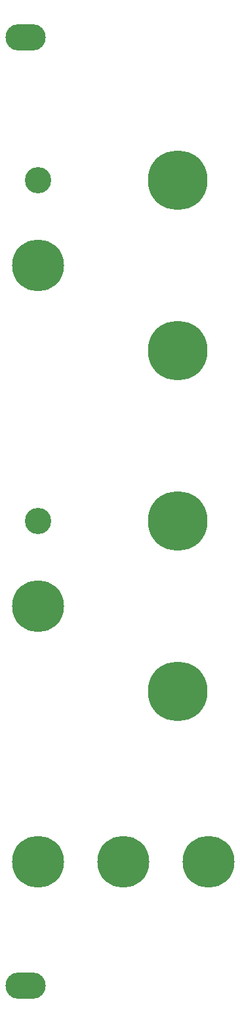
<source format=gbs>
G04 #@! TF.GenerationSoftware,KiCad,Pcbnew,(5.0.0-rc2)*
G04 #@! TF.CreationDate,2020-07-08T18:30:56+03:00*
G04 #@! TF.ProjectId,ENVPNL2,454E56504E4C322E6B696361645F7063,rev?*
G04 #@! TF.SameCoordinates,PX42a96e0PY92dda80*
G04 #@! TF.FileFunction,Soldermask,Bot*
G04 #@! TF.FilePolarity,Negative*
%FSLAX46Y46*%
G04 Gerber Fmt 4.6, Leading zero omitted, Abs format (unit mm)*
G04 Created by KiCad (PCBNEW (5.0.0-rc2)) date Wed Jul  8 18:30:56 2020*
%MOMM*%
%LPD*%
G01*
G04 APERTURE LIST*
%ADD10C,7.700000*%
%ADD11C,6.700000*%
%ADD12O,5.200000X3.400000*%
%ADD13C,3.400000*%
G04 APERTURE END LIST*
D10*
G04 #@! TO.C,Ref\002A\002A*
X27100000Y41000000D03*
G04 #@! TD*
G04 #@! TO.C,Ref\002A\002A*
X27100000Y63000000D03*
G04 #@! TD*
G04 #@! TO.C,Ref\002A\002A*
X27100000Y85000000D03*
G04 #@! TD*
G04 #@! TO.C,Ref\002A\002A*
X27100000Y107000000D03*
G04 #@! TD*
D11*
G04 #@! TO.C,Ref\002A\002A*
X9100000Y96000000D03*
G04 #@! TD*
D12*
G04 #@! TO.C,X*
X7500000Y125500000D03*
G04 #@! TD*
G04 #@! TO.C,X*
X7500000Y3000000D03*
G04 #@! TD*
D13*
G04 #@! TO.C,Ref\002A\002A*
X9100000Y107000000D03*
G04 #@! TD*
G04 #@! TO.C,Ref\002A\002A*
X9100000Y63000000D03*
G04 #@! TD*
D11*
G04 #@! TO.C,Ref\002A\002A*
X9100000Y52000000D03*
G04 #@! TD*
G04 #@! TO.C,Ref\002A\002A*
X31100000Y19000000D03*
G04 #@! TD*
G04 #@! TO.C,Ref\002A\002A*
X9100000Y19000000D03*
G04 #@! TD*
G04 #@! TO.C,Ref\002A\002A*
X20100000Y19000000D03*
G04 #@! TD*
M02*

</source>
